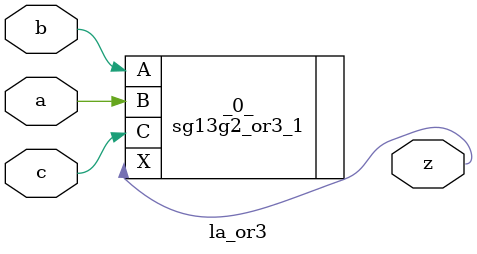
<source format=v>

/* Generated by Yosys 0.40+33 (git sha1 cd1fb8b15, g++ 11.4.0-1ubuntu1~22.04 -fPIC -Os) */

module la_or3(a, b, c, z);
  input a;
  wire a;
  input b;
  wire b;
  input c;
  wire c;
  output z;
  wire z;
  sg13g2_or3_1 _0_ (
    .A(b),
    .B(a),
    .C(c),
    .X(z)
  );
endmodule

</source>
